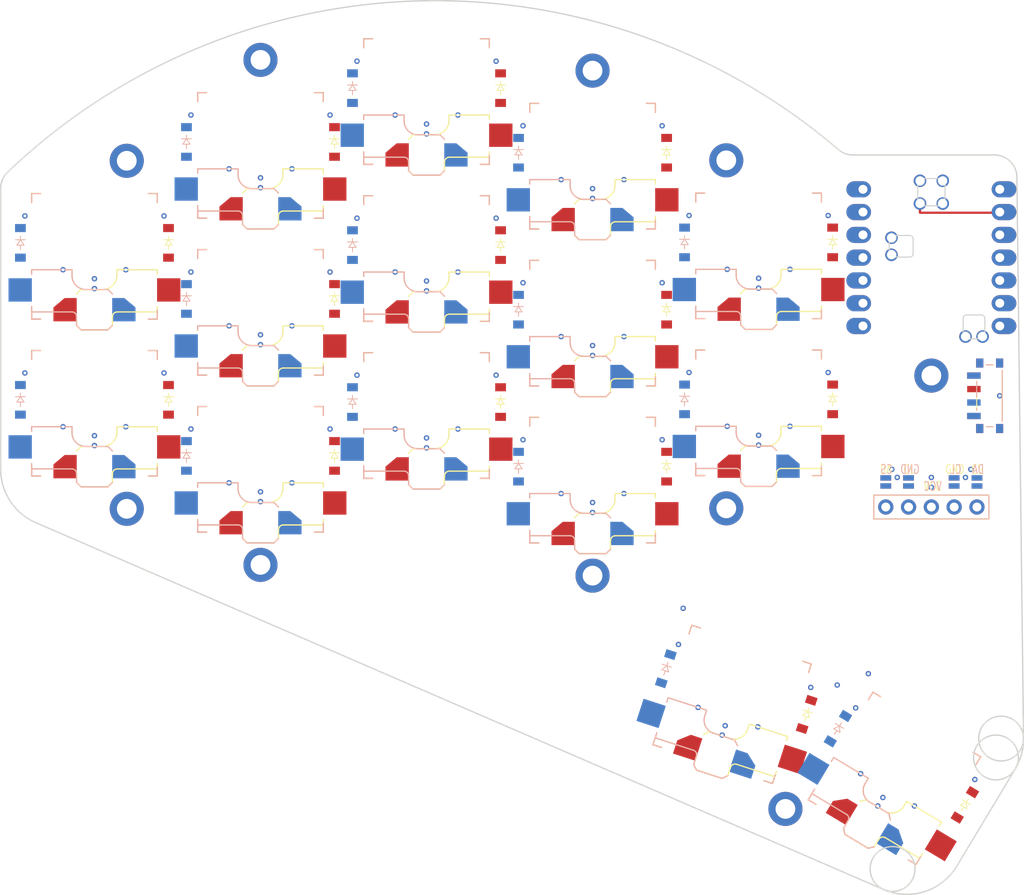
<source format=kicad_pcb>
(kicad_pcb (version 20221018) (generator pcbnew)
  (title_block (title "snak_30") (rev "0.2.1") (company "JackMatanky"))
  (layers (0 "F.Cu" signal) (31 "B.Cu" signal) (34 "B.Paste" user) (35 "F.Paste" user) (36 "B.SilkS" user "B.Silkscreen") (37 "F.SilkS" user "F.Silkscreen") (38 "B.Mask" user) (39 "F.Mask" user) (44 "Edge.Cuts" user))
  (net 0 "")
  (net 1 "C1")
  (net 2 "pinky_mid")
  (net 3 "pinky_top")
  (net 4 "ring_bot")
  (net 5 "C2")
  (net 6 "ring_mid")
  (net 7 "ring_top")
  (net 8 "middle_bot")
  (net 9 "C3")
  (net 10 "middle_mid")
  (net 11 "middle_top")
  (net 12 "index_bot")
  (net 13 "C4")
  (net 14 "index_mid")
  (net 15 "index_top")
  (net 16 "C5")
  (net 17 "inner_mid")
  (net 18 "inner_top")
  (net 19 "out_home")
  (net 20 "in_home")
  (net 21 "R2")
  (net 22 "R1")
  (net 23 "R3")
  (net 24 "R4")
  (net 25 "P5")
  (net 26 "P6")
  (net 27 "RAW5V")
  (net 28 "GND")
  (net 29 "RAW3V3")
  (net 30 "DPD")
  (net 31 "DPE")
  (net 32 "DPC")
  (net 33 "P7")
  (net 34 "SWCLK")
  (net 35 "SWDIO")
  (net 36 "RST")
  (net 37 "BAT_POS")
  (net 38 "BAT_NEG")
  (net 39 "NFC0")
  (net 40 "NFC1")
  (net 41 "P10")
  (net 42 "P8")
  (net 43 "VCC")
  (net 44 "P9")
  (net 45 "DISP1_1")
  (net 46 "DISP1_2")
  (net 47 "DISP1_4")
  (net 48 "DISP1_5")
  (net 49 "MOSI")
  (net 50 "SCK")
  (net 51 "CS")
  (net 52 "pos")
  (footprint "VIA-0.6mm" (layer "F.Cu") (at 96.5 84)
    (fp_text reference "REF**" hide)
    (fp_text value "VIA-0.6mm" hide)
  )
  (footprint "ceoloide:diode_tht_sod123" (layer "F.Cu") (at 182.25 80.95 -90)
    (fp_text reference "D12" hide)
    (fp_text value "")
  )
  (footprint "mounting_hole" (layer "F.Cu") (at 170.4 54.3)
    (fp_text reference "H7" hide)
    (fp_text value "")
  )
  (footprint "PG1350" (layer "F.Cu") (at 171.05 114.95 162)
    (fp_text reference "S14" hide)
    (fp_text value "")
  )
  (footprint "PG1350" (layer "F.Cu") (at 155.5 54.95 180)
    (fp_text reference "S11" hide)
    (fp_text value "")
  )
  (footprint "VIA-0.6mm" (layer "F.Cu") (at 187.850483 125.335881 -31)
    (fp_text reference "REF**" hide)
    (fp_text value "VIA-0.6mm" hide)
  )
  (footprint "PG1350" (layer "F.Cu") (at 137 47.75 180)
    (fp_text reference "S8" hide)
    (fp_text value "")
  )
  (footprint "ceoloide:diode_tht_sod123" (layer "F.Cu") (at 163.75 88.45 -90)
    (fp_text reference "D9" hide)
    (fp_text value "")
  )
  (footprint "VIA-0.6mm" (layer "F.Cu") (at 163.25 67.95)
    (fp_text reference "REF**" hide)
    (fp_text value "VIA-0.6mm" hide)
  )
  (footprint "ceoloide:diode_tht_sod123" (layer "F.Cu") (at 163.75 53.45 -90)
    (fp_text reference "D11" hide)
    (fp_text value "")
  )
  (footprint "VIA-0.6mm" (layer "F.Cu") (at 197.65 88.75)
    (fp_text reference "REF**" hide)
    (fp_text value "VIA-0.6mm" hide)
  )
  (footprint "VIA-0.6mm" (layer "F.Cu") (at 181.75 77.95)
    (fp_text reference "REF**" hide)
    (fp_text value "VIA-0.6mm" hide)
  )
  (footprint "VIA-0.6mm" (layer "F.Cu") (at 159 91.45)
    (fp_text reference "REF**" hide)
    (fp_text value "VIA-0.6mm" hide)
  )
  (footprint "VIA-0.6mm" (layer "F.Cu") (at 174 86.05)
    (fp_text reference "REF**" hide)
    (fp_text value "VIA-0.6mm" hide)
  )
  (footprint "VIA-0.6mm" (layer "F.Cu") (at 159 73.95)
    (fp_text reference "REF**" hide)
    (fp_text value "VIA-0.6mm" hide)
  )
  (footprint "VIA-0.6mm" (layer "F.Cu") (at 185.365435 122.676081 -31)
    (fp_text reference "REF**" hide)
    (fp_text value "VIA-0.6mm" hide)
  )
  (footprint "VIA-0.6mm" (layer "F.Cu") (at 133.5 49.25)
    (fp_text reference "REF**" hide)
    (fp_text value "VIA-0.6mm" hide)
  )
  (footprint "PG1350" (layer "F.Cu") (at 100 82.5 180)
    (fp_text reference "S1" hide)
    (fp_text value "")
  )
  (footprint "VIA-0.6mm" (layer "F.Cu") (at 193.25 89.65)
    (fp_text reference "REF**" hide)
    (fp_text value "VIA-0.6mm" hide)
  )
  (footprint "VIA-0.6mm" (layer "F.Cu") (at 137 50.25)
    (fp_text reference "REF**" hide)
    (fp_text value "VIA-0.6mm" hide)
  )
  (footprint "VIA-0.6mm" (layer "F.Cu") (at 187.283941 126.278765 -31)
    (fp_text reference "REF**" hide)
    (fp_text value "VIA-0.6mm" hide)
  )
  (footprint "VIA-0.6mm" (layer "F.Cu") (at 163.25 85.45)
    (fp_text reference "REF**" hide)
    (fp_text value "VIA-0.6mm" hide)
  )
  (footprint "VIA-0.6mm" (layer "F.Cu") (at 100 86.1)
    (fp_text reference "REF**" hide)
    (fp_text value "VIA-0.6mm" hide)
  )
  (footprint "VIA-0.6mm" (layer "F.Cu") (at 155.5 92.45)
    (fp_text reference "REF**" hide)
    (fp_text value "VIA-0.6mm" hide)
  )
  (footprint "VIA-0.6mm" (layer "F.Cu") (at 115 72.75)
    (fp_text reference "REF**" hide)
    (fp_text value "VIA-0.6mm" hide)
  )
  (footprint "VIA-0.6mm" (layer "F.Cu") (at 137 85.25)
    (fp_text reference "REF**" hide)
    (fp_text value "VIA-0.6mm" hide)
  )
  (footprint "VIA-0.6mm" (layer "F.Cu") (at 166.25 77.95)
    (fp_text reference "REF**" hide)
    (fp_text value "VIA-0.6mm" hide)
  )
  (footprint "PG1350" (layer "F.Cu") (at 118.5 53.75 180)
    (fp_text reference "S5" hide)
    (fp_text value "")
  )
  (footprint "VIA-0.6mm" (layer "F.Cu") (at 118.5 92.35)
    (fp_text reference "REF**" hide)
    (fp_text value "VIA-0.6mm" hide)
  )
  (footprint "VIA-0.6mm" (layer "F.Cu") (at 189.45 89.65)
    (fp_text reference "REF**" hide)
    (fp_text value "VIA-0.6mm" hide)
  )
  (footprint "VIA-0.6mm" (layer "F.Cu") (at 155.5 93.55)
    (fp_text reference "REF**" hide)
    (fp_text value "VIA-0.6mm" hide)
  )
  (footprint "PG1350" (layer "F.Cu") (at 174 82.45 180)
    (fp_text reference "S12" hide)
    (fp_text value "")
  )
  (footprint "VIA-0.6mm" (layer "F.Cu") (at 152 56.45)
    (fp_text reference "REF**" hide)
    (fp_text value "VIA-0.6mm" hide)
  )
  (footprint "VIA-0.6mm" (layer "F.Cu") (at 147.75 50.45)
    (fp_text reference "REF**" hide)
    (fp_text value "VIA-0.6mm" hide)
  )
  (footprint "VIA-0.6mm" (layer "F.Cu") (at 92.25 60.5)
    (fp_text reference "REF**" hide)
    (fp_text value "VIA-0.6mm" hide)
  )
  (footprint "VIA-0.6mm" (layer "F.Cu") (at 173.915172 117.458144 -18)
    (fp_text reference "REF**" hide)
    (fp_text value "VIA-0.6mm" hide)
  )
  (footprint "VIA-0.6mm" (layer "F.Cu") (at 152 91.45)
    (fp_text reference "REF**" hide)
    (fp_text value "VIA-0.6mm" hide)
  )
  (footprint "VIA-0.6mm" (layer "F.Cu") (at 129.25 43.25)
    (fp_text reference "REF**" hide)
    (fp_text value "VIA-0.6mm" hide)
  )
  (footprint "VIA-0.6mm" (layer "F.Cu") (at 122 72.75)
    (fp_text reference "REF**" hide)
    (fp_text value "VIA-0.6mm" hide)
  )
  (footprint "ceoloide:diode_tht_sod123" (layer "F.Cu") (at 196.982265 126.156276 -121)
    (fp_text reference "D15" hide)
    (fp_text value "")
  )
  (footprint "VIA-0.6mm" (layer "F.Cu") (at 126.25 49.25)
    (fp_text reference "REF**" hide)
    (fp_text value "VIA-0.6mm" hide)
  )
  (footprint "VIA-0.6mm" (layer "F.Cu") (at 118.5 74.85)
    (fp_text reference "REF**" hide)
    (fp_text value "VIA-0.6mm" hide)
  )
  (footprint "VIA-0.6mm" (layer "F.Cu") (at 193.25 90.75)
    (fp_text reference "REF**" hide)
    (fp_text value "VIA-0.6mm" hide)
  )
  (footprint "VIA-0.6mm" (layer "F.Cu") (at 118.5 57.35)
    (fp_text reference "REF**" hide)
    (fp_text value "VIA-0.6mm" hide)
  )
  (footprint "ceoloide:diode_tht_sod123" (layer "F.Cu") (at 126.75 52.25 -90)
    (fp_text reference "D5" hide)
    (fp_text value "")
  )
  (footprint "ceoloide:diode_tht_sod123" (layer "F.Cu") (at 163.75 70.95 -90)
    (fp_text reference "D10" hide)
    (fp_text value "")
  )
  (footprint "VIA-0.6mm" (layer "F.Cu") (at 100 67.5)
    (fp_text reference "REF**" hide)
    (fp_text value "VIA-0.6mm" hide)
  )
  (footprint "VIA-0.6mm" (layer "F.Cu") (at 118.5 91.25)
    (fp_text reference "REF**" hide)
    (fp_text value "VIA-0.6mm" hide)
  )
  (footprint "VIA-0.6mm" (layer "F.Cu") (at 103.5 84)
    (fp_text reference "REF**" hide)
    (fp_text value "VIA-0.6mm" hide)
  )
  (footprint "mounting_hole" (layer "F.Cu") (at 155.5 44.3)
    (fp_text reference "H5" hide)
    (fp_text value "")
  )
  (footprint "VIA-0.6mm" (layer "F.Cu") (at 100 85)
    (fp_text reference "REF**" hide)
    (fp_text value "VIA-0.6mm" hide)
  )
  (footprint "VIA-0.6mm" (layer "F.Cu") (at 122 90.25)
    (fp_text reference "REF**" hide)
    (fp_text value "VIA-0.6mm" hide)
  )
  (footprint "nice!view" (layer "F.Cu") (at 193.25 76.25)
    (fp_text reference "DISP1" hide)
    (fp_text value "")
  )
  (footprint "VIA-0.6mm" (layer "F.Cu") (at 155.5 58.55)
    (fp_text reference "REF**" hide)
    (fp_text value "VIA-0.6mm" hide)
  )
  (footprint "VIA-0.6mm" (layer "F.Cu") (at 140.5 49.25)
    (fp_text reference "REF**" hide)
    (fp_text value "VIA-0.6mm" hide)
  )
  (footprint "VIA-0.6mm" (layer "F.Cu") (at 103.5 66.5)
    (fp_text reference "REF**" hide)
    (fp_text value "VIA-0.6mm" hide)
  )
  (footprint "PG1350" (layer "F.Cu") (at 137 65.25 180)
    (fp_text reference "S7" hide)
    (fp_text value "")
  )
  (footprint "XIAO-BLE" (layer "F.Cu") (at 193.25 65.15)
    (fp_text reference "MCU1" hide)
    (fp_text value "xiao-ble" hide)
    (fp_line (start -4.699 -1.7902) (end -4.699 -0.7488) (stroke (width 0.12)) (layer "Edge.Cuts"))
    (fp_line (start -4.0132 -2.476) (end -2.413 -2.476) (stroke (width 0.12)) (layer "Edge.Cuts"))
    (fp_line (start -4.0132 -0.063) (end -2.413 -0.063) (stroke (width 0.12)) (layer "Edge.Cuts"))
    (fp_line (start -2.032 -2.095) (end -2.032 -0.444) (stroke (width 0.12)) (layer "Edge.Cuts"))
    (fp_line (start -1.524 -8.1402) (end -1.524 -6.4638) (stroke (width 0.12)) (layer "Edge.Cuts"))
    (fp_line (start -0.8382 -8.826) (end 0.8382 -8.826) (stroke (width 0.12)) (layer "Edge.Cuts"))
    (fp_line (start -0.8382 -5.778) (end 0.8382 -5.778) (stroke (width 0.12)) (layer "Edge.Cuts"))
    (fp_line (start 1.524 -8.1402) (end 1.524 -6.4638) (stroke (width 0.12)) (layer "Edge.Cuts"))
    (fp_line (start 3.548408 6.769408) (end 3.548408 8.369608) (stroke (width 0.12)) (layer "Edge.Cuts"))
    (fp_line (start 3.929408 6.388408) (end 5.580408 6.388408) (stroke (width 0.12)) (layer "Edge.Cuts"))
    (fp_line (start 4.234208 9.055408) (end 5.275608 9.055408) (stroke (width 0.12)) (layer "Edge.Cuts"))
    (fp_line (start 5.961408 6.769408) (end 5.961408 8.369608) (stroke (width 0.12)) (layer "Edge.Cuts"))
    (fp_arc (start -4.699 -0.7488) (mid -4.095402 -0.666688) (end -4.013137 -0.063111) (stroke (width 0.12)) (layer "Edge.Cuts"))
    (fp_arc (start -4.0132 -2.476) (mid -4.095312 -1.872402) (end -4.698889 -1.790137) (stroke (width 0.12)) (layer "Edge.Cuts"))
    (fp_arc (start -2.413 -2.476) (mid -2.143592 -2.364407) (end -2.032 -2.094998) (stroke (width 0.12)) (layer "Edge.Cuts"))
    (fp_arc (start -2.032 -0.444) (mid -2.143593 -0.174592) (end -2.413002 -0.063) (stroke (width 0.12)) (layer "Edge.Cuts"))
    (fp_arc (start -1.524 -6.4638) (mid -0.920405 -6.381691) (end -0.838133 -5.778118) (stroke (width 0.12)) (layer "Edge.Cuts"))
    (fp_arc (start -0.8382 -8.826) (mid -0.920309 -8.222405) (end -1.523882 -8.140133) (stroke (width 0.12)) (layer "Edge.Cuts"))
    (fp_arc (start 0.8382 -5.778) (mid 0.920405 -6.381522) (end 1.523933 -6.463681) (stroke (width 0.12)) (layer "Edge.Cuts"))
    (fp_arc (start 1.524 -8.1402) (mid 0.920405 -8.222308) (end 0.838133 -8.825881) (stroke (width 0.12)) (layer "Edge.Cuts"))
    (fp_arc (start 3.548408 6.769392) (mid 3.660009 6.499987) (end 3.929424 6.388408) (stroke (width 0.12)) (layer "Edge.Cuts"))
    (fp_arc (start 3.548408 8.369608) (mid 4.152091 8.451796) (end 4.234301 9.055476) (stroke (width 0.12)) (layer "Edge.Cuts"))
    (fp_arc (start 5.275608 9.055408) (mid 5.35788 8.451784) (end 5.961527 8.369675) (stroke (width 0.12)) (layer "Edge.Cuts"))
    (fp_arc (start 5.580408 6.388408) (mid 5.849808 6.500004) (end 5.961392 6.769408) (stroke (width 0.12)) (layer "Edge.Cuts"))
  )
  (footprint "mounting_hole" (layer "F.Cu") (at 170.4 93.1)
    (fp_text reference "H8" hide)
    (fp_text value "")
  )
  (footprint "PG1350" (layer "F.Cu") (at 118.5 71.25 180)
    (fp_text reference "S4" hide)
    (fp_text value "")
  )
  (footprint "mounting_hole" (layer "F.Cu") (at 193.25 78.3)
    (fp_text reference "H10" hide)
    (fp_text value "")
  )
  (footprint "PG1350" (layer "F.Cu") (at 189.138078 123.192963 149)
    (fp_text reference "S15" hide)
    (fp_text value "")
  )
  (footprint "VIA-0.6mm" (layer "F.Cu") (at 140.5 66.75)
    (fp_text reference "REF**" hide)
    (fp_text value "VIA-0.6mm" hide)
  )
  (footprint "VIA-0.6mm" (layer "F.Cu") (at 174 68.55)
    (fp_text reference "REF**" hide)
    (fp_text value "VIA-0.6mm" hide)
  )
  (footprint "VIA-0.6mm" (layer "F.Cu") (at 122 55.25)
    (fp_text reference "REF**" hide)
    (fp_text value "VIA-0.6mm" hide)
  )
  (footprint "VIA-0.6mm" (layer "F.Cu") (at 144.75 60.75)
    (fp_text reference "REF**" hide)
    (fp_text value "VIA-0.6mm" hide)
  )
  (footprint "VIA-0.6mm" (layer "F.Cu") (at 147.75 85.45)
    (fp_text reference "REF**" hide)
    (fp_text value "VIA-0.6mm" hide)
  )
  (footprint "VIA-0.6mm" (layer "F.Cu") (at 115 55.25)
    (fp_text reference "REF**" hide)
    (fp_text value "VIA-0.6mm" hide)
  )
  (footprint "power_switch" (layer "F.Cu") (at 199.725 80.55)
    (fp_text reference "SW1" hide)
    (fp_text value "")
  )
  (footprint "VIA-0.6mm" (layer "F.Cu") (at 170.5 83.95)
    (fp_text reference "REF**" hide)
    (fp_text value "VIA-0.6mm" hide)
  )
  (footprint "VIA-0.6mm" (layer "F.Cu") (at 137 68.85)
    (fp_text reference "REF**" hide)
    (fp_text value "VIA-0.6mm" hide)
  )
  (footprint "VIA-0.6mm" (layer "F.Cu") (at 144.75 43.25)
    (fp_text reference "REF**" hide)
    (fp_text value "VIA-0.6mm" hide)
  )
  (footprint "VIA-0.6mm" (layer "F.Cu") (at 147.75 67.95)
    (fp_text reference "REF**" hide)
    (fp_text value "VIA-0.6mm" hide)
  )
  (footprint "VIA-0.6mm" (layer "F.Cu") (at 137 51.35)
    (fp_text reference "REF**" hide)
    (fp_text value "VIA-0.6mm" hide)
  )
  (footprint "VIA-0.6mm" (layer "F.Cu") (at 165.069889 108.275364 -18)
    (fp_text reference "REF**" hide)
    (fp_text value "VIA-0.6mm" hide)
  )
  (footprint "VIA-0.6mm" (layer "F.Cu") (at 129.25 60.75)
    (fp_text reference "REF**" hide)
    (fp_text value "VIA-0.6mm" hide)
  )
  (footprint "VIA-0.6mm" (layer "F.Cu") (at 129.25 78.25)
    (fp_text reference "REF**" hide)
    (fp_text value "VIA-0.6mm" hide)
  )
  (footprint "VIA-0.6mm" (layer "F.Cu") (at 107.75 60.5)
    (fp_text reference "REF**" hide)
    (fp_text value "VIA-0.6mm" hide)
  )
  (footprint "PG1350" (layer "F.Cu") (at 100 65 180)
    (fp_text reference "S2" hide)
    (fp_text value "")
  )
  (footprint "VIA-0.6mm" (layer "F.Cu") (at 177.5 66.45)
    (fp_text reference "REF**" hide)
    (fp_text value "VIA-0.6mm" hide)
  )
  (footprint "VIA-0.6mm" (layer "F.Cu") (at 174 67.45)
    (fp_text reference "REF**" hide)
    (fp_text value "VIA-0.6mm" hide)
  )
  (footprint "VIA-0.6mm" (layer "F.Cu") (at 200.8625 80.55)
    (fp_text reference "REF**" hide)
    (fp_text value "VIA-0.6mm" hide)
  )
  (footprint "VIA-0.6mm" (layer "F.Cu") (at 107.75 78)
    (fp_text reference "REF**" hide)
    (fp_text value "VIA-0.6mm" hide)
  )
  (footprint "VIA-0.6mm" (layer "F.Cu") (at 144.75 78.25)
    (fp_text reference "REF**" hide)
    (fp_text value "VIA-0.6mm" hide)
  )
  (footprint "VIA-0.6mm" (layer "F.Cu") (at 110.75 66.75)
    (fp_text reference "REF**" hide)
    (fp_text value "VIA-0.6mm" hide)
  )
  (footprint "mounting_hole" (layer "F.Cu") (at 176.988866 126.60568 -18)
    (fp_text reference "H9" hide)
    (fp_text value "")
  )
  (footprint "ceoloide:diode_tht_sod123" (layer "F.Cu") (at 108.25 63.5 -90)
    (fp_text reference "D2" hide)
    (fp_text value "")
  )
  (footprint "VIA-0.6mm" (layer "F.Cu") (at 181.75 60.45)
    (fp_text reference "REF**" hide)
    (fp_text value "VIA-0.6mm" hide)
  )
  (footprint "VIA-0.6mm" (layer "F.Cu") (at 126.25 84.25)
    (fp_text reference "REF**" hide)
    (fp_text value "VIA-0.6mm" hide)
  )
  (footprint "VIA-0.6mm" (layer "F.Cu") (at 137 86.35)
    (fp_text reference "REF**" hide)
    (fp_text value "VIA-0.6mm" hide)
  )
  (footprint "VIA-0.6mm" (layer "F.Cu") (at 100 68.6)
    (fp_text reference "REF**" hide)
    (fp_text value "VIA-0.6mm" hide)
  )
  (footprint "VIA-0.6mm" (layer "F.Cu") (at 133.5 66.75)
    (fp_text reference "REF**" hide)
    (fp_text value "VIA-0.6mm" hide)
  )
  (footprint "VIA-0.6mm" (layer "F.Cu") (at 186.22998 111.529217 -31)
    (fp_text reference "REF**" hide)
    (fp_text value "VIA-0.6mm" hide)
  )
  (footprint "VIA-0.6mm" (layer "F.Cu") (at 198.098796 123.327255 -31)
    (fp_text reference "REF**" hide)
    (fp_text value "VIA-0.6mm" hide)
  )
  (footprint "PG1350" (layer "F.Cu") (at 137 82.75 180)
    (fp_text reference "S6" hide)
    (fp_text value "")
  )
  (footprint "ceoloide:diode_tht_sod123" (layer "F.Cu") (at 145.25 63.75 -90)
    (fp_text reference "D7" hide)
    (fp_text value "")
  )
  (footprint "VIA-0.6mm" (layer "F.Cu") (at 155.5 57.45)
    (fp_text reference "REF**" hide)
    (fp_text value "VIA-0.6mm" hide)
  )
  (footprint "ceoloide:diode_tht_sod123" (layer "F.Cu") (at 126.75 69.75 -90)
    (fp_text reference "D4" hide)
    (fp_text value "")
  )
  (footprint "VIA-0.6mm" (layer "F.Cu") (at 126.25 66.75)
    (fp_text reference "REF**" hide)
    (fp_text value "VIA-0.6mm" hide)
  )
  (footprint "VIA-0.6mm" (layer "F.Cu") (at 92.25 78)
    (fp_text reference "REF**" hide)
    (fp_text value "VIA-0.6mm" hide)
  )
  (footprint "PG1350" (layer "F.Cu") (at 155.5 72.45 180)
    (fp_text reference "S10" hide)
    (fp_text value "")
  )
  (footprint "ceoloide:diode_tht_sod123" (layer "F.Cu") (at 108.25 81 -90)
    (fp_text reference "D1" hide)
    (fp_text value "")
  )
  (footprint "VIA-0.6mm" (layer "F.Cu") (at 163.25 50.45)
    (fp_text reference "REF**" hide)
    (fp_text value "VIA-0.6mm" hide)
  )
  (footprint "VIA-0.6mm" (layer "F.Cu") (at 110.75 49.25)
    (fp_text reference "REF**" hide)
    (fp_text value "VIA-0.6mm" hide)
  )
  (footprint "VIA-0.6mm" (layer "F.Cu") (at 155.5 74.95)
    (fp_text reference "REF**" hide)
    (fp_text value "VIA-0.6mm" hide)
  )
  (footprint "VIA-0.6mm" (layer "F.Cu") (at 140.5 84.25)
    (fp_text reference "REF**" hide)
    (fp_text value "VIA-0.6mm" hide)
  )
  (footprint "VIA-0.6mm" (layer "F.Cu") (at 133.5 84.25)
    (fp_text reference "REF**" hide)
    (fp_text value "VIA-0.6mm" hide)
  )
  (footprint "VIA-0.6mm" (layer "F.Cu") (at 137 67.75)
    (fp_text reference "REF**" hide)
    (fp_text value "VIA-0.6mm" hide)
  )
  (footprint "VIA-0.6mm" (layer "F.Cu") (at 169.937539 118.373804 -18)
    (fp_text reference "REF**" hide)
    (fp_text value "VIA-0.6mm" hide)
  )
  (footprint "VIA-0.6mm" (layer "F.Cu") (at 170.277458 117.327641 -18)
    (fp_text reference "REF**" hide)
    (fp_text value "VIA-0.6mm" hide)
  )
  (footprint "VIA-0.6mm" (layer "F.Cu") (at 118.5 73.75)
    (fp_text reference "REF**" hide)
    (fp_text value "VIA-0.6mm" hide)
  )
  (footprint "PG1350" (layer "F.Cu") (at 155.5 89.95 180)
    (fp_text reference "S9" hide)
    (fp_text value "")
  )
  (footprint "VIA-0.6mm" (layer "F.Cu") (at 110.75 84.25)
    (fp_text reference "REF**" hide)
    (fp_text value "VIA-0.6mm" hide)
  )
  (footprint "PG1350" (layer "F.Cu") (at 174 64.95 180)
    (fp_text reference "S13" hide)
    (fp_text value "")
  )
  (footprint "mounting_hole" (layer "F.Cu") (at 103.6 54.35)
    (fp_text reference "H1" hide)
    (fp_text value "")
  )
  (footprint "ceoloide:diode_tht_sod123" (layer "F.Cu") (at 145.25 81.25 -90)
    (fp_text reference "D6" hide)
    (fp_text value "")
  )
  (footprint "ceoloide:diode_tht_sod123" (layer "F.Cu") (at 182.25 63.45 -90)
    (fp_text reference "D13" hide)
    (fp_text value "")
  )
  (footprint "VIA-0.6mm" (layer "F.Cu") (at 167.257777 115.295025 -18)
    (fp_text reference "REF**" hide)
    (fp_text value "VIA-0.6mm" hide)
  )
  (footprint "ceoloide:diode_tht_sod123" (layer "F.Cu") (at 126.75 87.25 -90)
    (fp_text reference "D3" hide)
    (fp_text value "")
  )
  (footprint "PG1350" (layer "F.Cu") (at 118.5 88.75 180)
    (fp_text reference "S3" hide)
    (fp_text value "")
  )
  (footprint "VIA-0.6mm" (layer "F.Cu") (at 182.763413 112.797633 -18)
    (fp_text reference "REF**" hide)
    (fp_text value "VIA-0.6mm" hide)
  )
  (footprint "VIA-0.6mm" (layer "F.Cu") (at 115 90.25)
    (fp_text reference "REF**" hide)
    (fp_text value "VIA-0.6mm" hide)
  )
  (footprint "ceoloide:diode_tht_sod123" (layer "F.Cu") (at 145.25 46.25 -90)
    (fp_text reference "D8" hide)
    (fp_text value "")
  )
  (footprint "VIA-0.6mm" (layer "F.Cu") (at 159 56.45)
    (fp_text reference "REF**" hide)
    (fp_text value "VIA-0.6mm" hide)
  )
  (footprint "VIA-0.6mm" (layer "F.Cu") (at 170.5 66.45)
    (fp_text reference "REF**" hide)
    (fp_text value "VIA-0.6mm" hide)
  )
  (footprint "ceoloide:diode_tht_sod123" (layer "F.Cu") (at 179.359742 116.072805 -108)
    (fp_text reference "D14" hide)
    (fp_text value "")
  )
  (footprint "VIA-0.6mm" (layer "F.Cu") (at 197.05 89.65)
    (fp_text reference "REF**" hide)
    (fp_text value "VIA-0.6mm" hide)
  )
  (footprint "VIA-0.6mm" (layer "F.Cu") (at 166.25 60.45)
    (fp_text reference "REF**" hide)
    (fp_text value "VIA-0.6mm" hide)
  )
  (footprint "VIA-0.6mm" (layer "F.Cu") (at 152 73.95)
    (fp_text reference "REF**" hide)
    (fp_text value "VIA-0.6mm" hide)
  )
  (footprint "mounting_hole" (layer "F.Cu") (at 118.5 99.4)
    (fp_text reference "H4" hide)
    (fp_text value "")
  )
  (footprint "VIA-0.6mm" (layer "F.Cu") (at 188.85 88.75)
    (fp_text reference "REF**" hide)
    (fp_text value "VIA-0.6mm" hide)
  )
  (footprint "VIA-0.6mm" (layer "F.Cu") (at 174 84.95)
    (fp_text reference "REF**" hide)
    (fp_text value "VIA-0.6mm" hide)
  )
  (footprint "VIA-0.6mm" (layer "F.Cu") (at 118.5 56.25)
    (fp_text reference "REF**" hide)
    (fp_text value "VIA-0.6mm" hide)
  )
  (footprint "VIA-0.6mm" (layer "F.Cu") (at 179.811265 113.065127 -18)
    (fp_text reference "REF**" hide)
    (fp_text value "VIA-0.6mm" hide)
  )
  (footprint "VIA-0.6mm" (layer "F.Cu") (at 191.365606 126.281347 -31)
    (fp_text reference "REF**" hide)
    (fp_text value "VIA-0.6mm" hide)
  )
  (footprint "mounting_hole" (layer "F.Cu") (at 118.5 43.1)
    (fp_text reference "H3" hide)
    (fp_text value "")
  )
  (footprint "mounting_hole" (layer "F.Cu") (at 155.5 100.6)
    (fp_text reference "H6" hide)
    (fp_text value "")
  )
  (footprint "VIA-0.6mm" (layer "F.Cu") (at 155.5 76.05)
    (fp_text reference "REF**" hide)
    (fp_text value "VIA-0.6mm" hide)
  )
  (footprint "mounting_hole" (layer "F.Cu") (at 103.6 93.15)
    (fp_text reference "H2" hide)
    (fp_text value "")
  )
  (footprint "VIA-0.6mm" (layer "F.Cu") (at 177.5 83.95)
    (fp_text reference "REF**" hide)
    (fp_text value "VIA-0.6mm" hide)
  )
  (footprint "VIA-0.6mm" (layer "F.Cu") (at 184.812703 115.344165 -31)
    (fp_text reference "REF**" hide)
    (fp_text value "VIA-0.6mm" hide)
  )
  (footprint "VIA-0.6mm" (layer "F.Cu") (at 165.592664 104.239375 -18)
    (fp_text reference "REF**" hide)
    (fp_text value "VIA-0.6mm" hide)
  )
  (footprint "VIA-0.6mm" (layer "F.Cu") (at 96.5 66.5)
    (fp_text reference "REF**" hide)
    (fp_text value "VIA-0.6mm" hide)
  )
  (footprint "ceoloide:diode_tht_sod123" (layer "B.Cu") (at 182.839005 117.658148 -121)
    (fp_text reference "D30" hide)
    (fp_text value "")
  )
  (footprint "ceoloide:diode_tht_sod123" (layer "B.Cu") (at 165.75 80.95 -90)
    (fp_text reference "D27" hide)
    (fp_text value "")
  )
  (footprint "ceoloide:diode_tht_sod123" (layer "B.Cu") (at 165.75 63.45 -90)
    (fp_text reference "D28" hide)
    (fp_text value "")
  )
  (footprint "ceoloide:diode_tht_sod123" (layer "B.Cu") (at 147.25 88.45 -90)
    (fp_text reference "D24" hide)
    (fp_text value "")
  )
  (footprint "ceoloide:diode_tht_sod123" (layer "B.Cu") (at 110.25 69.75 -90)
    (fp_text reference "D19" hide)
    (fp_text value "")
  )
  (footprint "ceoloide:diode_tht_sod123" (layer "B.Cu") (at 110.25 52.25 -90)
    (fp_text reference "D20" hide)
    (fp_text value "")
  )
  (footprint "ceoloide:diode_tht_sod123" (layer "B.Cu") (at 147.25 70.95 -90)
    (fp_text reference "D25" hide)
    (fp_text value "")
  )
  (footprint "ceoloide:diode_tht_sod123" (layer "B.Cu") (at 91.75 81 -90)
    (fp_text reference "D16" hide)
    (fp_text value "")
  )
  (footprint "ceoloide:diode_tht_sod123" (layer "B.Cu") (at 91.75 63.5 -90)
    (fp_text reference "D17" hide)
    (fp_text value "")
  )
  (footprint "ceoloide:diode_tht_sod123" (layer "B.Cu") (at 128.75 81.25 -90)
    (fp_text reference "D21" hide)
    (fp_text value "")
  )
  (footprint "ceoloide:diode_tht_sod123" (layer "B.Cu") (at 147.25 53.45 -90)
    (fp_text reference "D26" hide)
    (fp_text value "")
  )
  (footprint "ceoloide:diode_tht_sod123" (layer "B.Cu") (at 163.667309 110.974025 -108)
    (fp_text reference "D29" hide)
    (fp_text value "")
  )
  (footprint "ceoloide:diode_tht_sod123" (layer "B.Cu") (at 128.75 63.75 -90)
    (fp_text reference "D22" hide)
    (fp_text value "")
  )
  (footprint "ceoloide:diode_tht_sod123" (layer "B.Cu") (at 110.25 87.25 -90)
    (fp_text reference "D18" hide)
    (fp_text value "")
  )
  (footprint "ceoloide:diode_tht_sod123" (layer "B.Cu") (at 128.75 46.25 -90)
    (fp_text reference "D23" hide)
    (fp_text value "")
  )
  (gr_line (start 89.55 88.731168) (end 89.55 57.428725) (stroke (width 0.15)) (layer "Edge.Cuts"))
  (gr_arc (start 187.936138 135.597336) (mid 189.922736 131.008934) (end 187.936138 135.597336) (stroke (width 0.15)) (layer "Edge.Cuts"))
  (gr_line (start 187.936138 135.597336) (end 93.467423 94.69609) (stroke (width 0.15)) (layer "Edge.Cuts"))
  (gr_arc (start 93.467423 94.69609) (mid 90.616919 92.299308) (end 89.55 88.731168) (stroke (width 0.15)) (layer "Edge.Cuts"))
  (gr_line (start 184.516234 53.7) (end 200.279438 53.7) (stroke (width 0.15)) (layer "Edge.Cuts"))
  (gr_arc (start 203.520344 118.734141) (mid 203.294575 120.511054) (end 202.592387 122.158877) (stroke (width 0.15)) (layer "Edge.Cuts"))
  (gr_arc (start 203.520343 118.734141) (mid 198.520695 118.793363) (end 203.520343 118.734141) (stroke (width 0.15)) (layer "Edge.Cuts"))
  (gr_arc (start 202.592387 122.158877) (mid 198.306551 119.583687) (end 202.592387 122.158877) (stroke (width 0.15)) (layer "Edge.Cuts"))
  (gr_arc (start 200.279438 53.700001) (mid 202.036704 54.421796) (end 202.779262 56.170389) (stroke (width 0.15)) (layer "Edge.Cuts"))
  (gr_line (start 202.592387 122.158877) (end 196.090303 132.980162) (stroke (width 0.15)) (layer "Edge.Cuts"))
  (gr_arc (start 184.516234 53.7) (mid 183.6492 53.544835) (end 182.889792 53.098601) (stroke (width 0.15)) (layer "Edge.Cuts"))
  (gr_line (start 202.779262 56.170389) (end 203.520343 118.734141) (stroke (width 0.15)) (layer "Edge.Cuts"))
  (gr_arc (start 196.090303 132.980163) (mid 192.505156 135.821442) (end 187.936138 135.597336) (stroke (width 0.15)) (layer "Edge.Cuts"))
  (gr_arc (start 90.322556 55.621534) (mid 136.120093 36.525614) (end 182.889792 53.098601) (stroke (width 0.15)) (layer "Edge.Cuts"))
  (gr_arc (start 89.55 57.428725) (mid 89.751238 56.446027) (end 90.322556 55.621534) (stroke (width 0.15)) (layer "Edge.Cuts"))
  (segment (start 192.015672 60.1415) (end 200.7985 60.1415) (width 0.25) (layer "F.Cu") (net 28))
  (segment (start 191.98 60.105828) (end 192.015672 60.1415) (width 0.25) (layer "F.Cu") (net 28))
  (segment (start 200.7985 60.1415) (end 200.87 60.07) (width 0.25) (layer "F.Cu") (net 28))
  (segment (start 191.98 59.118) (end 191.98 60.105828) (width 0.25) (layer "F.Cu") (net 28))
)
</source>
